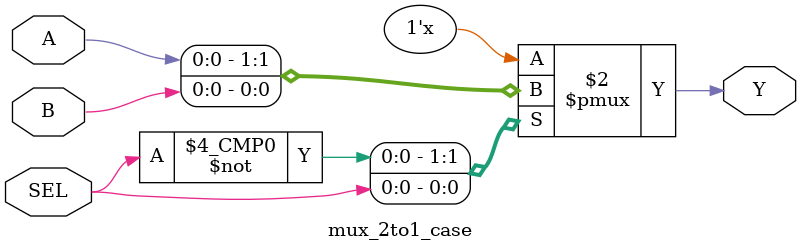
<source format=v>
module mux_2to1_case (
    input wire A,          // Input 0
    input wire B,          // Input 1
    input wire SEL,        // Select line
    output reg Y           // Output
);
    always @* begin
        case (SEL)
            1'b0: Y = A;   // sel is 0
            1'b1: Y = B;   // sel is 1
        endcase
    end
endmodule

</source>
